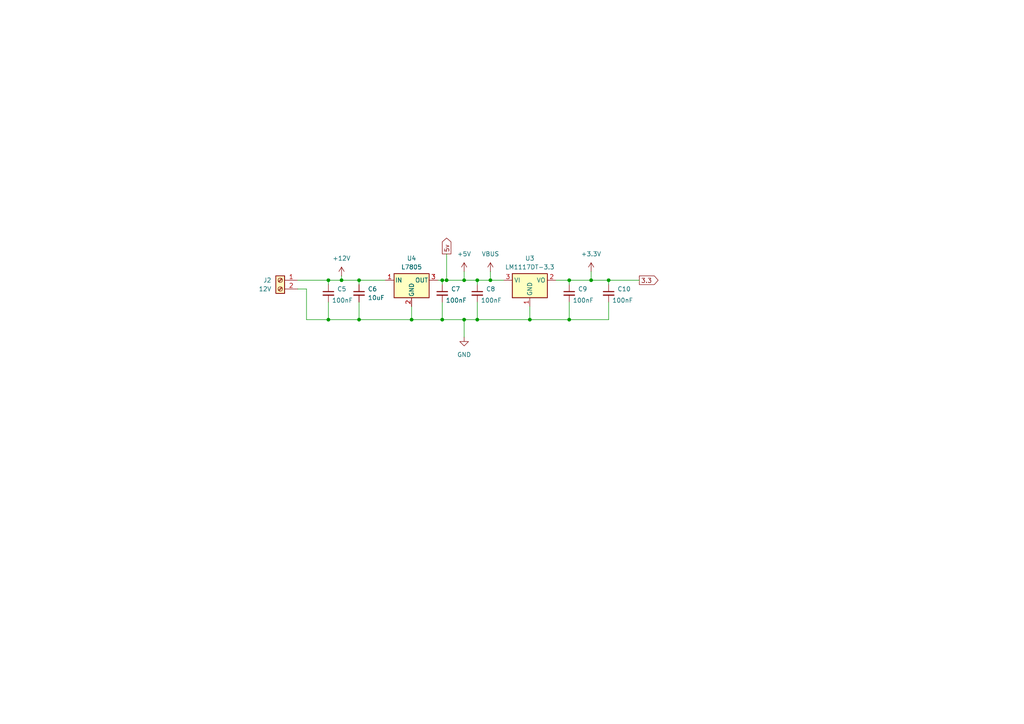
<source format=kicad_sch>
(kicad_sch
	(version 20250114)
	(generator "eeschema")
	(generator_version "9.0")
	(uuid "cf8e75a9-9b9d-4b91-87fb-2c8c7397b03e")
	(paper "A4")
	(lib_symbols
		(symbol "Connector:Screw_Terminal_01x02"
			(pin_names
				(offset 1.016)
				(hide yes)
			)
			(exclude_from_sim no)
			(in_bom yes)
			(on_board yes)
			(property "Reference" "J"
				(at 0 2.54 0)
				(effects
					(font
						(size 1.27 1.27)
					)
				)
			)
			(property "Value" "Screw_Terminal_01x02"
				(at 0 -5.08 0)
				(effects
					(font
						(size 1.27 1.27)
					)
				)
			)
			(property "Footprint" ""
				(at 0 0 0)
				(effects
					(font
						(size 1.27 1.27)
					)
					(hide yes)
				)
			)
			(property "Datasheet" "~"
				(at 0 0 0)
				(effects
					(font
						(size 1.27 1.27)
					)
					(hide yes)
				)
			)
			(property "Description" "Generic screw terminal, single row, 01x02, script generated (kicad-library-utils/schlib/autogen/connector/)"
				(at 0 0 0)
				(effects
					(font
						(size 1.27 1.27)
					)
					(hide yes)
				)
			)
			(property "ki_keywords" "screw terminal"
				(at 0 0 0)
				(effects
					(font
						(size 1.27 1.27)
					)
					(hide yes)
				)
			)
			(property "ki_fp_filters" "TerminalBlock*:*"
				(at 0 0 0)
				(effects
					(font
						(size 1.27 1.27)
					)
					(hide yes)
				)
			)
			(symbol "Screw_Terminal_01x02_1_1"
				(rectangle
					(start -1.27 1.27)
					(end 1.27 -3.81)
					(stroke
						(width 0.254)
						(type default)
					)
					(fill
						(type background)
					)
				)
				(polyline
					(pts
						(xy -0.5334 0.3302) (xy 0.3302 -0.508)
					)
					(stroke
						(width 0.1524)
						(type default)
					)
					(fill
						(type none)
					)
				)
				(polyline
					(pts
						(xy -0.5334 -2.2098) (xy 0.3302 -3.048)
					)
					(stroke
						(width 0.1524)
						(type default)
					)
					(fill
						(type none)
					)
				)
				(polyline
					(pts
						(xy -0.3556 0.508) (xy 0.508 -0.3302)
					)
					(stroke
						(width 0.1524)
						(type default)
					)
					(fill
						(type none)
					)
				)
				(polyline
					(pts
						(xy -0.3556 -2.032) (xy 0.508 -2.8702)
					)
					(stroke
						(width 0.1524)
						(type default)
					)
					(fill
						(type none)
					)
				)
				(circle
					(center 0 0)
					(radius 0.635)
					(stroke
						(width 0.1524)
						(type default)
					)
					(fill
						(type none)
					)
				)
				(circle
					(center 0 -2.54)
					(radius 0.635)
					(stroke
						(width 0.1524)
						(type default)
					)
					(fill
						(type none)
					)
				)
				(pin passive line
					(at -5.08 0 0)
					(length 3.81)
					(name "Pin_1"
						(effects
							(font
								(size 1.27 1.27)
							)
						)
					)
					(number "1"
						(effects
							(font
								(size 1.27 1.27)
							)
						)
					)
				)
				(pin passive line
					(at -5.08 -2.54 0)
					(length 3.81)
					(name "Pin_2"
						(effects
							(font
								(size 1.27 1.27)
							)
						)
					)
					(number "2"
						(effects
							(font
								(size 1.27 1.27)
							)
						)
					)
				)
			)
			(embedded_fonts no)
		)
		(symbol "Device:C_Small"
			(pin_numbers
				(hide yes)
			)
			(pin_names
				(offset 0.254)
				(hide yes)
			)
			(exclude_from_sim no)
			(in_bom yes)
			(on_board yes)
			(property "Reference" "C"
				(at 0.254 1.778 0)
				(effects
					(font
						(size 1.27 1.27)
					)
					(justify left)
				)
			)
			(property "Value" "C_Small"
				(at 0.254 -2.032 0)
				(effects
					(font
						(size 1.27 1.27)
					)
					(justify left)
				)
			)
			(property "Footprint" ""
				(at 0 0 0)
				(effects
					(font
						(size 1.27 1.27)
					)
					(hide yes)
				)
			)
			(property "Datasheet" "~"
				(at 0 0 0)
				(effects
					(font
						(size 1.27 1.27)
					)
					(hide yes)
				)
			)
			(property "Description" "Unpolarized capacitor, small symbol"
				(at 0 0 0)
				(effects
					(font
						(size 1.27 1.27)
					)
					(hide yes)
				)
			)
			(property "ki_keywords" "capacitor cap"
				(at 0 0 0)
				(effects
					(font
						(size 1.27 1.27)
					)
					(hide yes)
				)
			)
			(property "ki_fp_filters" "C_*"
				(at 0 0 0)
				(effects
					(font
						(size 1.27 1.27)
					)
					(hide yes)
				)
			)
			(symbol "C_Small_0_1"
				(polyline
					(pts
						(xy -1.524 0.508) (xy 1.524 0.508)
					)
					(stroke
						(width 0.3048)
						(type default)
					)
					(fill
						(type none)
					)
				)
				(polyline
					(pts
						(xy -1.524 -0.508) (xy 1.524 -0.508)
					)
					(stroke
						(width 0.3302)
						(type default)
					)
					(fill
						(type none)
					)
				)
			)
			(symbol "C_Small_1_1"
				(pin passive line
					(at 0 2.54 270)
					(length 2.032)
					(name "~"
						(effects
							(font
								(size 1.27 1.27)
							)
						)
					)
					(number "1"
						(effects
							(font
								(size 1.27 1.27)
							)
						)
					)
				)
				(pin passive line
					(at 0 -2.54 90)
					(length 2.032)
					(name "~"
						(effects
							(font
								(size 1.27 1.27)
							)
						)
					)
					(number "2"
						(effects
							(font
								(size 1.27 1.27)
							)
						)
					)
				)
			)
			(embedded_fonts no)
		)
		(symbol "Regulator_Linear:L7805"
			(pin_names
				(offset 0.254)
			)
			(exclude_from_sim no)
			(in_bom yes)
			(on_board yes)
			(property "Reference" "U"
				(at -3.81 3.175 0)
				(effects
					(font
						(size 1.27 1.27)
					)
				)
			)
			(property "Value" "L7805"
				(at 0 3.175 0)
				(effects
					(font
						(size 1.27 1.27)
					)
					(justify left)
				)
			)
			(property "Footprint" ""
				(at 0.635 -3.81 0)
				(effects
					(font
						(size 1.27 1.27)
						(italic yes)
					)
					(justify left)
					(hide yes)
				)
			)
			(property "Datasheet" "http://www.st.com/content/ccc/resource/technical/document/datasheet/41/4f/b3/b0/12/d4/47/88/CD00000444.pdf/files/CD00000444.pdf/jcr:content/translations/en.CD00000444.pdf"
				(at 0 -1.27 0)
				(effects
					(font
						(size 1.27 1.27)
					)
					(hide yes)
				)
			)
			(property "Description" "Positive 1.5A 35V Linear Regulator, Fixed Output 5V, TO-220/TO-263/TO-252"
				(at 0 0 0)
				(effects
					(font
						(size 1.27 1.27)
					)
					(hide yes)
				)
			)
			(property "ki_keywords" "Voltage Regulator 1.5A Positive"
				(at 0 0 0)
				(effects
					(font
						(size 1.27 1.27)
					)
					(hide yes)
				)
			)
			(property "ki_fp_filters" "TO?252* TO?263* TO?220*"
				(at 0 0 0)
				(effects
					(font
						(size 1.27 1.27)
					)
					(hide yes)
				)
			)
			(symbol "L7805_0_1"
				(rectangle
					(start -5.08 1.905)
					(end 5.08 -5.08)
					(stroke
						(width 0.254)
						(type default)
					)
					(fill
						(type background)
					)
				)
			)
			(symbol "L7805_1_1"
				(pin power_in line
					(at -7.62 0 0)
					(length 2.54)
					(name "IN"
						(effects
							(font
								(size 1.27 1.27)
							)
						)
					)
					(number "1"
						(effects
							(font
								(size 1.27 1.27)
							)
						)
					)
				)
				(pin power_in line
					(at 0 -7.62 90)
					(length 2.54)
					(name "GND"
						(effects
							(font
								(size 1.27 1.27)
							)
						)
					)
					(number "2"
						(effects
							(font
								(size 1.27 1.27)
							)
						)
					)
				)
				(pin power_out line
					(at 7.62 0 180)
					(length 2.54)
					(name "OUT"
						(effects
							(font
								(size 1.27 1.27)
							)
						)
					)
					(number "3"
						(effects
							(font
								(size 1.27 1.27)
							)
						)
					)
				)
			)
			(embedded_fonts no)
		)
		(symbol "Regulator_Linear:LM1117DT-3.3"
			(exclude_from_sim no)
			(in_bom yes)
			(on_board yes)
			(property "Reference" "U"
				(at -3.81 3.175 0)
				(effects
					(font
						(size 1.27 1.27)
					)
				)
			)
			(property "Value" "LM1117DT-3.3"
				(at 0 3.175 0)
				(effects
					(font
						(size 1.27 1.27)
					)
					(justify left)
				)
			)
			(property "Footprint" "Package_TO_SOT_SMD:TO-252-3_TabPin2"
				(at 0 0 0)
				(effects
					(font
						(size 1.27 1.27)
					)
					(hide yes)
				)
			)
			(property "Datasheet" "http://www.ti.com/lit/ds/symlink/lm1117.pdf"
				(at 0 0 0)
				(effects
					(font
						(size 1.27 1.27)
					)
					(hide yes)
				)
			)
			(property "Description" "800mA Low-Dropout Linear Regulator, 3.3V fixed output, TO-252"
				(at 0 0 0)
				(effects
					(font
						(size 1.27 1.27)
					)
					(hide yes)
				)
			)
			(property "ki_keywords" "linear regulator ldo fixed positive"
				(at 0 0 0)
				(effects
					(font
						(size 1.27 1.27)
					)
					(hide yes)
				)
			)
			(property "ki_fp_filters" "TO?252*"
				(at 0 0 0)
				(effects
					(font
						(size 1.27 1.27)
					)
					(hide yes)
				)
			)
			(symbol "LM1117DT-3.3_0_1"
				(rectangle
					(start -5.08 -5.08)
					(end 5.08 1.905)
					(stroke
						(width 0.254)
						(type default)
					)
					(fill
						(type background)
					)
				)
			)
			(symbol "LM1117DT-3.3_1_1"
				(pin power_in line
					(at -7.62 0 0)
					(length 2.54)
					(name "VI"
						(effects
							(font
								(size 1.27 1.27)
							)
						)
					)
					(number "3"
						(effects
							(font
								(size 1.27 1.27)
							)
						)
					)
				)
				(pin power_in line
					(at 0 -7.62 90)
					(length 2.54)
					(name "GND"
						(effects
							(font
								(size 1.27 1.27)
							)
						)
					)
					(number "1"
						(effects
							(font
								(size 1.27 1.27)
							)
						)
					)
				)
				(pin power_out line
					(at 7.62 0 180)
					(length 2.54)
					(name "VO"
						(effects
							(font
								(size 1.27 1.27)
							)
						)
					)
					(number "2"
						(effects
							(font
								(size 1.27 1.27)
							)
						)
					)
				)
			)
			(embedded_fonts no)
		)
		(symbol "power:+12V"
			(power)
			(pin_numbers
				(hide yes)
			)
			(pin_names
				(offset 0)
				(hide yes)
			)
			(exclude_from_sim no)
			(in_bom yes)
			(on_board yes)
			(property "Reference" "#PWR"
				(at 0 -3.81 0)
				(effects
					(font
						(size 1.27 1.27)
					)
					(hide yes)
				)
			)
			(property "Value" "+12V"
				(at 0 3.556 0)
				(effects
					(font
						(size 1.27 1.27)
					)
				)
			)
			(property "Footprint" ""
				(at 0 0 0)
				(effects
					(font
						(size 1.27 1.27)
					)
					(hide yes)
				)
			)
			(property "Datasheet" ""
				(at 0 0 0)
				(effects
					(font
						(size 1.27 1.27)
					)
					(hide yes)
				)
			)
			(property "Description" "Power symbol creates a global label with name \"+12V\""
				(at 0 0 0)
				(effects
					(font
						(size 1.27 1.27)
					)
					(hide yes)
				)
			)
			(property "ki_keywords" "global power"
				(at 0 0 0)
				(effects
					(font
						(size 1.27 1.27)
					)
					(hide yes)
				)
			)
			(symbol "+12V_0_1"
				(polyline
					(pts
						(xy -0.762 1.27) (xy 0 2.54)
					)
					(stroke
						(width 0)
						(type default)
					)
					(fill
						(type none)
					)
				)
				(polyline
					(pts
						(xy 0 2.54) (xy 0.762 1.27)
					)
					(stroke
						(width 0)
						(type default)
					)
					(fill
						(type none)
					)
				)
				(polyline
					(pts
						(xy 0 0) (xy 0 2.54)
					)
					(stroke
						(width 0)
						(type default)
					)
					(fill
						(type none)
					)
				)
			)
			(symbol "+12V_1_1"
				(pin power_in line
					(at 0 0 90)
					(length 0)
					(name "~"
						(effects
							(font
								(size 1.27 1.27)
							)
						)
					)
					(number "1"
						(effects
							(font
								(size 1.27 1.27)
							)
						)
					)
				)
			)
			(embedded_fonts no)
		)
		(symbol "power:+3.3V"
			(power)
			(pin_numbers
				(hide yes)
			)
			(pin_names
				(offset 0)
				(hide yes)
			)
			(exclude_from_sim no)
			(in_bom yes)
			(on_board yes)
			(property "Reference" "#PWR"
				(at 0 -3.81 0)
				(effects
					(font
						(size 1.27 1.27)
					)
					(hide yes)
				)
			)
			(property "Value" "+3.3V"
				(at 0 3.556 0)
				(effects
					(font
						(size 1.27 1.27)
					)
				)
			)
			(property "Footprint" ""
				(at 0 0 0)
				(effects
					(font
						(size 1.27 1.27)
					)
					(hide yes)
				)
			)
			(property "Datasheet" ""
				(at 0 0 0)
				(effects
					(font
						(size 1.27 1.27)
					)
					(hide yes)
				)
			)
			(property "Description" "Power symbol creates a global label with name \"+3.3V\""
				(at 0 0 0)
				(effects
					(font
						(size 1.27 1.27)
					)
					(hide yes)
				)
			)
			(property "ki_keywords" "global power"
				(at 0 0 0)
				(effects
					(font
						(size 1.27 1.27)
					)
					(hide yes)
				)
			)
			(symbol "+3.3V_0_1"
				(polyline
					(pts
						(xy -0.762 1.27) (xy 0 2.54)
					)
					(stroke
						(width 0)
						(type default)
					)
					(fill
						(type none)
					)
				)
				(polyline
					(pts
						(xy 0 2.54) (xy 0.762 1.27)
					)
					(stroke
						(width 0)
						(type default)
					)
					(fill
						(type none)
					)
				)
				(polyline
					(pts
						(xy 0 0) (xy 0 2.54)
					)
					(stroke
						(width 0)
						(type default)
					)
					(fill
						(type none)
					)
				)
			)
			(symbol "+3.3V_1_1"
				(pin power_in line
					(at 0 0 90)
					(length 0)
					(name "~"
						(effects
							(font
								(size 1.27 1.27)
							)
						)
					)
					(number "1"
						(effects
							(font
								(size 1.27 1.27)
							)
						)
					)
				)
			)
			(embedded_fonts no)
		)
		(symbol "power:+5V"
			(power)
			(pin_numbers
				(hide yes)
			)
			(pin_names
				(offset 0)
				(hide yes)
			)
			(exclude_from_sim no)
			(in_bom yes)
			(on_board yes)
			(property "Reference" "#PWR"
				(at 0 -3.81 0)
				(effects
					(font
						(size 1.27 1.27)
					)
					(hide yes)
				)
			)
			(property "Value" "+5V"
				(at 0 3.556 0)
				(effects
					(font
						(size 1.27 1.27)
					)
				)
			)
			(property "Footprint" ""
				(at 0 0 0)
				(effects
					(font
						(size 1.27 1.27)
					)
					(hide yes)
				)
			)
			(property "Datasheet" ""
				(at 0 0 0)
				(effects
					(font
						(size 1.27 1.27)
					)
					(hide yes)
				)
			)
			(property "Description" "Power symbol creates a global label with name \"+5V\""
				(at 0 0 0)
				(effects
					(font
						(size 1.27 1.27)
					)
					(hide yes)
				)
			)
			(property "ki_keywords" "global power"
				(at 0 0 0)
				(effects
					(font
						(size 1.27 1.27)
					)
					(hide yes)
				)
			)
			(symbol "+5V_0_1"
				(polyline
					(pts
						(xy -0.762 1.27) (xy 0 2.54)
					)
					(stroke
						(width 0)
						(type default)
					)
					(fill
						(type none)
					)
				)
				(polyline
					(pts
						(xy 0 2.54) (xy 0.762 1.27)
					)
					(stroke
						(width 0)
						(type default)
					)
					(fill
						(type none)
					)
				)
				(polyline
					(pts
						(xy 0 0) (xy 0 2.54)
					)
					(stroke
						(width 0)
						(type default)
					)
					(fill
						(type none)
					)
				)
			)
			(symbol "+5V_1_1"
				(pin power_in line
					(at 0 0 90)
					(length 0)
					(name "~"
						(effects
							(font
								(size 1.27 1.27)
							)
						)
					)
					(number "1"
						(effects
							(font
								(size 1.27 1.27)
							)
						)
					)
				)
			)
			(embedded_fonts no)
		)
		(symbol "power:GND"
			(power)
			(pin_numbers
				(hide yes)
			)
			(pin_names
				(offset 0)
				(hide yes)
			)
			(exclude_from_sim no)
			(in_bom yes)
			(on_board yes)
			(property "Reference" "#PWR"
				(at 0 -6.35 0)
				(effects
					(font
						(size 1.27 1.27)
					)
					(hide yes)
				)
			)
			(property "Value" "GND"
				(at 0 -3.81 0)
				(effects
					(font
						(size 1.27 1.27)
					)
				)
			)
			(property "Footprint" ""
				(at 0 0 0)
				(effects
					(font
						(size 1.27 1.27)
					)
					(hide yes)
				)
			)
			(property "Datasheet" ""
				(at 0 0 0)
				(effects
					(font
						(size 1.27 1.27)
					)
					(hide yes)
				)
			)
			(property "Description" "Power symbol creates a global label with name \"GND\" , ground"
				(at 0 0 0)
				(effects
					(font
						(size 1.27 1.27)
					)
					(hide yes)
				)
			)
			(property "ki_keywords" "global power"
				(at 0 0 0)
				(effects
					(font
						(size 1.27 1.27)
					)
					(hide yes)
				)
			)
			(symbol "GND_0_1"
				(polyline
					(pts
						(xy 0 0) (xy 0 -1.27) (xy 1.27 -1.27) (xy 0 -2.54) (xy -1.27 -1.27) (xy 0 -1.27)
					)
					(stroke
						(width 0)
						(type default)
					)
					(fill
						(type none)
					)
				)
			)
			(symbol "GND_1_1"
				(pin power_in line
					(at 0 0 270)
					(length 0)
					(name "~"
						(effects
							(font
								(size 1.27 1.27)
							)
						)
					)
					(number "1"
						(effects
							(font
								(size 1.27 1.27)
							)
						)
					)
				)
			)
			(embedded_fonts no)
		)
		(symbol "power:VBUS"
			(power)
			(pin_numbers
				(hide yes)
			)
			(pin_names
				(offset 0)
				(hide yes)
			)
			(exclude_from_sim no)
			(in_bom yes)
			(on_board yes)
			(property "Reference" "#PWR"
				(at 0 -3.81 0)
				(effects
					(font
						(size 1.27 1.27)
					)
					(hide yes)
				)
			)
			(property "Value" "VBUS"
				(at 0 3.556 0)
				(effects
					(font
						(size 1.27 1.27)
					)
				)
			)
			(property "Footprint" ""
				(at 0 0 0)
				(effects
					(font
						(size 1.27 1.27)
					)
					(hide yes)
				)
			)
			(property "Datasheet" ""
				(at 0 0 0)
				(effects
					(font
						(size 1.27 1.27)
					)
					(hide yes)
				)
			)
			(property "Description" "Power symbol creates a global label with name \"VBUS\""
				(at 0 0 0)
				(effects
					(font
						(size 1.27 1.27)
					)
					(hide yes)
				)
			)
			(property "ki_keywords" "global power"
				(at 0 0 0)
				(effects
					(font
						(size 1.27 1.27)
					)
					(hide yes)
				)
			)
			(symbol "VBUS_0_1"
				(polyline
					(pts
						(xy -0.762 1.27) (xy 0 2.54)
					)
					(stroke
						(width 0)
						(type default)
					)
					(fill
						(type none)
					)
				)
				(polyline
					(pts
						(xy 0 2.54) (xy 0.762 1.27)
					)
					(stroke
						(width 0)
						(type default)
					)
					(fill
						(type none)
					)
				)
				(polyline
					(pts
						(xy 0 0) (xy 0 2.54)
					)
					(stroke
						(width 0)
						(type default)
					)
					(fill
						(type none)
					)
				)
			)
			(symbol "VBUS_1_1"
				(pin power_in line
					(at 0 0 90)
					(length 0)
					(name "~"
						(effects
							(font
								(size 1.27 1.27)
							)
						)
					)
					(number "1"
						(effects
							(font
								(size 1.27 1.27)
							)
						)
					)
				)
			)
			(embedded_fonts no)
		)
	)
	(junction
		(at 138.43 81.28)
		(diameter 0)
		(color 0 0 0 0)
		(uuid "15d92cb5-4c33-47c2-949f-f4ad2b7f92f2")
	)
	(junction
		(at 128.27 92.71)
		(diameter 0)
		(color 0 0 0 0)
		(uuid "2878948b-112d-4e34-bd14-124686aeaca6")
	)
	(junction
		(at 104.14 92.71)
		(diameter 0)
		(color 0 0 0 0)
		(uuid "28cf29e5-18c8-428a-afe5-2a38b72aa525")
	)
	(junction
		(at 104.14 81.28)
		(diameter 0)
		(color 0 0 0 0)
		(uuid "2d212d8d-a866-4b9b-879e-442a72442ff6")
	)
	(junction
		(at 176.53 81.28)
		(diameter 0)
		(color 0 0 0 0)
		(uuid "3df4f6c1-4dbe-489f-9095-23a418e9c7f4")
	)
	(junction
		(at 171.45 81.28)
		(diameter 0)
		(color 0 0 0 0)
		(uuid "47cc9a7d-a90e-407b-b8d5-bb275630566f")
	)
	(junction
		(at 99.06 81.28)
		(diameter 0)
		(color 0 0 0 0)
		(uuid "4cd19991-5c62-4214-97ae-8f6bc539125f")
	)
	(junction
		(at 134.62 92.71)
		(diameter 0)
		(color 0 0 0 0)
		(uuid "4fcfc1c0-119f-4eda-87a9-5b61ebe260f4")
	)
	(junction
		(at 95.25 81.28)
		(diameter 0)
		(color 0 0 0 0)
		(uuid "573fa2d1-0a93-4132-8617-c455155f765f")
	)
	(junction
		(at 165.1 92.71)
		(diameter 0)
		(color 0 0 0 0)
		(uuid "70c6de82-d185-49a1-a352-024f97fcd1dc")
	)
	(junction
		(at 138.43 92.71)
		(diameter 0)
		(color 0 0 0 0)
		(uuid "7eb9c0e1-41d4-4cc6-aead-6beb54c323ba")
	)
	(junction
		(at 134.62 81.28)
		(diameter 0)
		(color 0 0 0 0)
		(uuid "a79f901e-4ebc-48b9-b018-56c951a7979d")
	)
	(junction
		(at 95.25 92.71)
		(diameter 0)
		(color 0 0 0 0)
		(uuid "a99a2c54-5682-4624-8e66-e84f6af5bf73")
	)
	(junction
		(at 165.1 81.28)
		(diameter 0)
		(color 0 0 0 0)
		(uuid "bcfc4868-0832-466d-a353-76d9d4f4471c")
	)
	(junction
		(at 142.24 81.28)
		(diameter 0)
		(color 0 0 0 0)
		(uuid "beaa2766-0b05-44cc-a1a7-7207f630b711")
	)
	(junction
		(at 128.27 81.28)
		(diameter 0)
		(color 0 0 0 0)
		(uuid "d7a8d1ac-366a-43c9-9a58-893fd9071dfd")
	)
	(junction
		(at 153.67 92.71)
		(diameter 0)
		(color 0 0 0 0)
		(uuid "d7cf12b3-b45f-48ff-b9ed-49872b1f3325")
	)
	(junction
		(at 119.38 92.71)
		(diameter 0)
		(color 0 0 0 0)
		(uuid "e6f67c66-470d-4e07-bc94-47279d0349f9")
	)
	(junction
		(at 129.54 81.28)
		(diameter 0)
		(color 0 0 0 0)
		(uuid "edf96cd5-8e37-4591-81d5-5893df132ee8")
	)
	(wire
		(pts
			(xy 138.43 81.28) (xy 138.43 82.55)
		)
		(stroke
			(width 0)
			(type default)
		)
		(uuid "016be19c-bc03-405a-b701-448d24814f7a")
	)
	(wire
		(pts
			(xy 104.14 82.55) (xy 104.14 81.28)
		)
		(stroke
			(width 0)
			(type default)
		)
		(uuid "0e4ac580-2802-49ab-91f5-2cf79590e0af")
	)
	(wire
		(pts
			(xy 128.27 81.28) (xy 129.54 81.28)
		)
		(stroke
			(width 0)
			(type default)
		)
		(uuid "11752459-7895-4309-ad7b-9beb1c196c5c")
	)
	(wire
		(pts
			(xy 95.25 81.28) (xy 99.06 81.28)
		)
		(stroke
			(width 0)
			(type default)
		)
		(uuid "133be270-398b-4dc6-8a63-a48aaf3e89a1")
	)
	(wire
		(pts
			(xy 176.53 81.28) (xy 176.53 82.55)
		)
		(stroke
			(width 0)
			(type default)
		)
		(uuid "27108ddc-8a5e-4097-936c-1c792a388545")
	)
	(wire
		(pts
			(xy 165.1 81.28) (xy 171.45 81.28)
		)
		(stroke
			(width 0)
			(type default)
		)
		(uuid "277b99f6-1d32-4ec0-906b-c55cd3d676b8")
	)
	(wire
		(pts
			(xy 129.54 81.28) (xy 134.62 81.28)
		)
		(stroke
			(width 0)
			(type default)
		)
		(uuid "301c861d-ef15-443e-b6e0-1fbe6afbf15c")
	)
	(wire
		(pts
			(xy 138.43 87.63) (xy 138.43 92.71)
		)
		(stroke
			(width 0)
			(type default)
		)
		(uuid "3ab9ff2e-28dc-46f9-bb9b-44f20029be26")
	)
	(wire
		(pts
			(xy 104.14 87.63) (xy 104.14 92.71)
		)
		(stroke
			(width 0)
			(type default)
		)
		(uuid "3b2fcbf1-3aa7-4e4a-847e-65d375e6d317")
	)
	(wire
		(pts
			(xy 171.45 78.74) (xy 171.45 81.28)
		)
		(stroke
			(width 0)
			(type default)
		)
		(uuid "3dd64b34-90d1-4c72-a67b-6086d7c81a3a")
	)
	(wire
		(pts
			(xy 104.14 92.71) (xy 95.25 92.71)
		)
		(stroke
			(width 0)
			(type default)
		)
		(uuid "3fbc59fa-5242-49d5-b2e5-fd806d478c84")
	)
	(wire
		(pts
			(xy 129.54 73.66) (xy 129.54 81.28)
		)
		(stroke
			(width 0)
			(type default)
		)
		(uuid "4ebfe6df-59c6-4323-82c3-8010fa18304c")
	)
	(wire
		(pts
			(xy 128.27 81.28) (xy 128.27 82.55)
		)
		(stroke
			(width 0)
			(type default)
		)
		(uuid "51663eab-8c95-408f-8fc3-3c3a93cd5b97")
	)
	(wire
		(pts
			(xy 104.14 81.28) (xy 111.76 81.28)
		)
		(stroke
			(width 0)
			(type default)
		)
		(uuid "5c969a5f-7d8c-4ab1-b440-ee0ba83a398b")
	)
	(wire
		(pts
			(xy 119.38 88.9) (xy 119.38 92.71)
		)
		(stroke
			(width 0)
			(type default)
		)
		(uuid "5ec3d3e1-a9cc-4d28-b758-3e78d4522755")
	)
	(wire
		(pts
			(xy 99.06 81.28) (xy 104.14 81.28)
		)
		(stroke
			(width 0)
			(type default)
		)
		(uuid "601d044d-6eab-4855-bc98-12ba901f64dd")
	)
	(wire
		(pts
			(xy 128.27 92.71) (xy 119.38 92.71)
		)
		(stroke
			(width 0)
			(type default)
		)
		(uuid "630f205a-8da9-4a34-b04d-85566e53c06a")
	)
	(wire
		(pts
			(xy 176.53 92.71) (xy 165.1 92.71)
		)
		(stroke
			(width 0)
			(type default)
		)
		(uuid "739b7dca-863a-420a-befc-d325d9a47f31")
	)
	(wire
		(pts
			(xy 142.24 81.28) (xy 146.05 81.28)
		)
		(stroke
			(width 0)
			(type default)
		)
		(uuid "78666410-c5b9-4542-916f-5b283f7334c5")
	)
	(wire
		(pts
			(xy 165.1 81.28) (xy 165.1 82.55)
		)
		(stroke
			(width 0)
			(type default)
		)
		(uuid "7a0cae86-7cbe-41ce-a992-b7e1867aeb6e")
	)
	(wire
		(pts
			(xy 142.24 78.74) (xy 142.24 81.28)
		)
		(stroke
			(width 0)
			(type default)
		)
		(uuid "7afc2717-69e5-46eb-9929-9462b444eb1d")
	)
	(wire
		(pts
			(xy 86.36 81.28) (xy 95.25 81.28)
		)
		(stroke
			(width 0)
			(type default)
		)
		(uuid "7fc0953f-0035-4aeb-bd88-04e1f899852b")
	)
	(wire
		(pts
			(xy 95.25 82.55) (xy 95.25 81.28)
		)
		(stroke
			(width 0)
			(type default)
		)
		(uuid "8016eb26-e3a6-4070-b212-63bd18bcdc52")
	)
	(wire
		(pts
			(xy 134.62 92.71) (xy 128.27 92.71)
		)
		(stroke
			(width 0)
			(type default)
		)
		(uuid "803561a7-d3fe-4146-ad58-b2891a198a00")
	)
	(wire
		(pts
			(xy 134.62 97.79) (xy 134.62 92.71)
		)
		(stroke
			(width 0)
			(type default)
		)
		(uuid "8200abd4-0a0e-473b-a42e-3c6d338bfe81")
	)
	(wire
		(pts
			(xy 161.29 81.28) (xy 165.1 81.28)
		)
		(stroke
			(width 0)
			(type default)
		)
		(uuid "93081055-3b35-4385-9673-52a47a7f423c")
	)
	(wire
		(pts
			(xy 134.62 78.74) (xy 134.62 81.28)
		)
		(stroke
			(width 0)
			(type default)
		)
		(uuid "93ab1a7d-71ee-46b3-889f-dcb1c2092386")
	)
	(wire
		(pts
			(xy 95.25 87.63) (xy 95.25 92.71)
		)
		(stroke
			(width 0)
			(type default)
		)
		(uuid "9639a8f7-fc1c-4096-ba91-bffd6f5adb89")
	)
	(wire
		(pts
			(xy 185.42 81.28) (xy 176.53 81.28)
		)
		(stroke
			(width 0)
			(type default)
		)
		(uuid "9b380072-9757-472a-848f-ce7487858630")
	)
	(wire
		(pts
			(xy 88.9 83.82) (xy 86.36 83.82)
		)
		(stroke
			(width 0)
			(type default)
		)
		(uuid "b897ab2f-6484-482a-8cc8-589e6e154ed4")
	)
	(wire
		(pts
			(xy 134.62 81.28) (xy 138.43 81.28)
		)
		(stroke
			(width 0)
			(type default)
		)
		(uuid "b8a064f1-9325-4ae8-8c3b-c3a5f3c93217")
	)
	(wire
		(pts
			(xy 119.38 92.71) (xy 104.14 92.71)
		)
		(stroke
			(width 0)
			(type default)
		)
		(uuid "ba3ab7e6-657a-431d-9ebc-bb62deaf410a")
	)
	(wire
		(pts
			(xy 127 81.28) (xy 128.27 81.28)
		)
		(stroke
			(width 0)
			(type default)
		)
		(uuid "bef17202-51eb-4113-bf1d-067d4f5a08a2")
	)
	(wire
		(pts
			(xy 165.1 92.71) (xy 153.67 92.71)
		)
		(stroke
			(width 0)
			(type default)
		)
		(uuid "c326ccbd-7b95-470b-a3db-0c0b7eea19d7")
	)
	(wire
		(pts
			(xy 138.43 81.28) (xy 142.24 81.28)
		)
		(stroke
			(width 0)
			(type default)
		)
		(uuid "c93b7bc8-c2ad-404f-bfdd-ab5b72fa11e2")
	)
	(wire
		(pts
			(xy 153.67 88.9) (xy 153.67 92.71)
		)
		(stroke
			(width 0)
			(type default)
		)
		(uuid "cb3a2a6c-3462-4d40-aac3-394ad3f51042")
	)
	(wire
		(pts
			(xy 88.9 83.82) (xy 88.9 92.71)
		)
		(stroke
			(width 0)
			(type default)
		)
		(uuid "d2e306b7-0eaa-41fc-944e-092ff9886866")
	)
	(wire
		(pts
			(xy 128.27 87.63) (xy 128.27 92.71)
		)
		(stroke
			(width 0)
			(type default)
		)
		(uuid "dca95c42-8589-4df9-85a7-9a33ad45d342")
	)
	(wire
		(pts
			(xy 176.53 87.63) (xy 176.53 92.71)
		)
		(stroke
			(width 0)
			(type default)
		)
		(uuid "dccdb7d9-ac74-492b-8342-72f21d166669")
	)
	(wire
		(pts
			(xy 153.67 92.71) (xy 138.43 92.71)
		)
		(stroke
			(width 0)
			(type default)
		)
		(uuid "e2a606b8-bfd5-42b7-8494-3e66ecc55559")
	)
	(wire
		(pts
			(xy 171.45 81.28) (xy 176.53 81.28)
		)
		(stroke
			(width 0)
			(type default)
		)
		(uuid "e4efc75b-b934-45ef-89c9-1e689b4bba59")
	)
	(wire
		(pts
			(xy 95.25 92.71) (xy 88.9 92.71)
		)
		(stroke
			(width 0)
			(type default)
		)
		(uuid "e97c9c15-a820-463d-9ed6-042f960651d8")
	)
	(wire
		(pts
			(xy 138.43 92.71) (xy 134.62 92.71)
		)
		(stroke
			(width 0)
			(type default)
		)
		(uuid "eb3a22a7-0fac-433e-8b94-46d01aa93ebe")
	)
	(wire
		(pts
			(xy 99.06 80.01) (xy 99.06 81.28)
		)
		(stroke
			(width 0)
			(type default)
		)
		(uuid "ef402742-77c9-4c26-8b4c-1de18d82cb55")
	)
	(wire
		(pts
			(xy 165.1 87.63) (xy 165.1 92.71)
		)
		(stroke
			(width 0)
			(type default)
		)
		(uuid "f10e587e-676c-47de-b664-76c402d099fe")
	)
	(global_label "5v"
		(shape output)
		(at 129.54 73.66 90)
		(fields_autoplaced yes)
		(effects
			(font
				(size 1.27 1.27)
			)
			(justify left)
		)
		(uuid "1dd6914c-5873-4891-94dd-4457c39e3ddd")
		(property "Intersheetrefs" "${INTERSHEET_REFS}"
			(at 129.54 68.4977 90)
			(effects
				(font
					(size 1.27 1.27)
				)
				(justify left)
				(hide yes)
			)
		)
	)
	(global_label "3.3"
		(shape output)
		(at 185.42 81.28 0)
		(fields_autoplaced yes)
		(effects
			(font
				(size 1.27 1.27)
			)
			(justify left)
		)
		(uuid "55d0e8ad-1f57-46b7-93bc-1fdffc860539")
		(property "Intersheetrefs" "${INTERSHEET_REFS}"
			(at 191.429 81.28 0)
			(effects
				(font
					(size 1.27 1.27)
				)
				(justify left)
				(hide yes)
			)
		)
	)
	(symbol
		(lib_id "Device:C_Small")
		(at 95.25 85.09 0)
		(unit 1)
		(exclude_from_sim no)
		(in_bom yes)
		(on_board yes)
		(dnp no)
		(uuid "0a713ebf-923e-42ad-a4bd-7efb78a4c02f")
		(property "Reference" "C5"
			(at 97.79 83.8262 0)
			(effects
				(font
					(size 1.27 1.27)
				)
				(justify left)
			)
		)
		(property "Value" "100nF"
			(at 96.266 87.122 0)
			(effects
				(font
					(size 1.27 1.27)
				)
				(justify left)
			)
		)
		(property "Footprint" ""
			(at 95.25 85.09 0)
			(effects
				(font
					(size 1.27 1.27)
				)
				(hide yes)
			)
		)
		(property "Datasheet" "~"
			(at 95.25 85.09 0)
			(effects
				(font
					(size 1.27 1.27)
				)
				(hide yes)
			)
		)
		(property "Description" "Unpolarized capacitor, small symbol"
			(at 95.25 85.09 0)
			(effects
				(font
					(size 1.27 1.27)
				)
				(hide yes)
			)
		)
		(pin "2"
			(uuid "ba897d7f-da2f-4056-96fc-c18dcf3ef29e")
		)
		(pin "1"
			(uuid "7951ef67-cb0d-48cc-8436-70fdfce8673a")
		)
		(instances
			(project "IOTESP"
				(path "/8fee529b-b7f4-4dee-a189-4a14d75deb38/40ded9a8-0f89-4f5b-95b7-b92910c917e9"
					(reference "C5")
					(unit 1)
				)
			)
		)
	)
	(symbol
		(lib_id "Regulator_Linear:L7805")
		(at 119.38 81.28 0)
		(unit 1)
		(exclude_from_sim no)
		(in_bom yes)
		(on_board yes)
		(dnp no)
		(fields_autoplaced yes)
		(uuid "0c626640-16d9-4a0e-81b8-90aa3d490729")
		(property "Reference" "U4"
			(at 119.38 74.93 0)
			(effects
				(font
					(size 1.27 1.27)
				)
			)
		)
		(property "Value" "L7805"
			(at 119.38 77.47 0)
			(effects
				(font
					(size 1.27 1.27)
				)
			)
		)
		(property "Footprint" "Package_TO_SOT_SMD:TO-252-2"
			(at 120.015 85.09 0)
			(effects
				(font
					(size 1.27 1.27)
					(italic yes)
				)
				(justify left)
				(hide yes)
			)
		)
		(property "Datasheet" "http://www.st.com/content/ccc/resource/technical/document/datasheet/41/4f/b3/b0/12/d4/47/88/CD00000444.pdf/files/CD00000444.pdf/jcr:content/translations/en.CD00000444.pdf"
			(at 119.38 82.55 0)
			(effects
				(font
					(size 1.27 1.27)
				)
				(hide yes)
			)
		)
		(property "Description" "Positive 1.5A 35V Linear Regulator, Fixed Output 5V, TO-220/TO-263/TO-252"
			(at 119.38 81.28 0)
			(effects
				(font
					(size 1.27 1.27)
				)
				(hide yes)
			)
		)
		(pin "1"
			(uuid "16fd278a-d893-4464-ae3e-5c3a54e51748")
		)
		(pin "2"
			(uuid "7496026d-c7f3-4679-99a8-b1fcfce679f4")
		)
		(pin "3"
			(uuid "c6fb1371-7b12-4ae4-bd58-8bb0b248d69e")
		)
		(instances
			(project "IOTESP"
				(path "/8fee529b-b7f4-4dee-a189-4a14d75deb38/40ded9a8-0f89-4f5b-95b7-b92910c917e9"
					(reference "U4")
					(unit 1)
				)
			)
		)
	)
	(symbol
		(lib_id "power:+3.3V")
		(at 171.45 78.74 0)
		(unit 1)
		(exclude_from_sim no)
		(in_bom yes)
		(on_board yes)
		(dnp no)
		(fields_autoplaced yes)
		(uuid "23c0899e-2dbe-48fd-95ee-84b4c0ab2381")
		(property "Reference" "#PWR022"
			(at 171.45 82.55 0)
			(effects
				(font
					(size 1.27 1.27)
				)
				(hide yes)
			)
		)
		(property "Value" "+3.3V"
			(at 171.45 73.66 0)
			(effects
				(font
					(size 1.27 1.27)
				)
			)
		)
		(property "Footprint" ""
			(at 171.45 78.74 0)
			(effects
				(font
					(size 1.27 1.27)
				)
				(hide yes)
			)
		)
		(property "Datasheet" ""
			(at 171.45 78.74 0)
			(effects
				(font
					(size 1.27 1.27)
				)
				(hide yes)
			)
		)
		(property "Description" "Power symbol creates a global label with name \"+3.3V\""
			(at 171.45 78.74 0)
			(effects
				(font
					(size 1.27 1.27)
				)
				(hide yes)
			)
		)
		(pin "1"
			(uuid "aba002f0-c76d-459d-8b7c-2e71648cb1e6")
		)
		(instances
			(project "IOTESP"
				(path "/8fee529b-b7f4-4dee-a189-4a14d75deb38/40ded9a8-0f89-4f5b-95b7-b92910c917e9"
					(reference "#PWR022")
					(unit 1)
				)
			)
		)
	)
	(symbol
		(lib_id "Connector:Screw_Terminal_01x02")
		(at 81.28 81.28 0)
		(mirror y)
		(unit 1)
		(exclude_from_sim no)
		(in_bom yes)
		(on_board yes)
		(dnp no)
		(uuid "27798bd4-044f-4654-812e-c45c0a2b49c6")
		(property "Reference" "J2"
			(at 78.74 81.2799 0)
			(effects
				(font
					(size 1.27 1.27)
				)
				(justify left)
			)
		)
		(property "Value" "12V"
			(at 78.74 83.8199 0)
			(effects
				(font
					(size 1.27 1.27)
				)
				(justify left)
			)
		)
		(property "Footprint" "TerminalBlock:TerminalBlock_Altech_AK300-2_P5.00mm"
			(at 81.28 81.28 0)
			(effects
				(font
					(size 1.27 1.27)
				)
				(hide yes)
			)
		)
		(property "Datasheet" "~"
			(at 81.28 81.28 0)
			(effects
				(font
					(size 1.27 1.27)
				)
				(hide yes)
			)
		)
		(property "Description" "Generic screw terminal, single row, 01x02, script generated (kicad-library-utils/schlib/autogen/connector/)"
			(at 81.28 81.28 0)
			(effects
				(font
					(size 1.27 1.27)
				)
				(hide yes)
			)
		)
		(pin "1"
			(uuid "dfa73185-30c5-4568-95d0-ddea33f40842")
		)
		(pin "2"
			(uuid "7077f53c-5b7b-4304-9744-3d1a48c650ca")
		)
		(instances
			(project "IOTESP"
				(path "/8fee529b-b7f4-4dee-a189-4a14d75deb38/40ded9a8-0f89-4f5b-95b7-b92910c917e9"
					(reference "J2")
					(unit 1)
				)
			)
		)
	)
	(symbol
		(lib_id "power:GND")
		(at 134.62 97.79 0)
		(unit 1)
		(exclude_from_sim no)
		(in_bom yes)
		(on_board yes)
		(dnp no)
		(fields_autoplaced yes)
		(uuid "3f280c62-c39c-47fb-92e6-8077cfd9a89f")
		(property "Reference" "#PWR011"
			(at 134.62 104.14 0)
			(effects
				(font
					(size 1.27 1.27)
				)
				(hide yes)
			)
		)
		(property "Value" "GND"
			(at 134.62 102.87 0)
			(effects
				(font
					(size 1.27 1.27)
				)
			)
		)
		(property "Footprint" ""
			(at 134.62 97.79 0)
			(effects
				(font
					(size 1.27 1.27)
				)
				(hide yes)
			)
		)
		(property "Datasheet" ""
			(at 134.62 97.79 0)
			(effects
				(font
					(size 1.27 1.27)
				)
				(hide yes)
			)
		)
		(property "Description" "Power symbol creates a global label with name \"GND\" , ground"
			(at 134.62 97.79 0)
			(effects
				(font
					(size 1.27 1.27)
				)
				(hide yes)
			)
		)
		(pin "1"
			(uuid "25828637-26d9-4f4e-a161-b7c187f8ed58")
		)
		(instances
			(project "IOTESP"
				(path "/8fee529b-b7f4-4dee-a189-4a14d75deb38/40ded9a8-0f89-4f5b-95b7-b92910c917e9"
					(reference "#PWR011")
					(unit 1)
				)
			)
		)
	)
	(symbol
		(lib_id "Device:C_Small")
		(at 138.43 85.09 0)
		(unit 1)
		(exclude_from_sim no)
		(in_bom yes)
		(on_board yes)
		(dnp no)
		(uuid "660e47f9-6945-4900-86f7-4f1db1bf0526")
		(property "Reference" "C8"
			(at 140.97 83.8262 0)
			(effects
				(font
					(size 1.27 1.27)
				)
				(justify left)
			)
		)
		(property "Value" "100nF"
			(at 139.446 87.122 0)
			(effects
				(font
					(size 1.27 1.27)
				)
				(justify left)
			)
		)
		(property "Footprint" ""
			(at 138.43 85.09 0)
			(effects
				(font
					(size 1.27 1.27)
				)
				(hide yes)
			)
		)
		(property "Datasheet" "~"
			(at 138.43 85.09 0)
			(effects
				(font
					(size 1.27 1.27)
				)
				(hide yes)
			)
		)
		(property "Description" "Unpolarized capacitor, small symbol"
			(at 138.43 85.09 0)
			(effects
				(font
					(size 1.27 1.27)
				)
				(hide yes)
			)
		)
		(pin "2"
			(uuid "2e3a3e01-7735-4a6d-9850-1c6518585d22")
		)
		(pin "1"
			(uuid "50b1abdf-3350-48cd-8b44-d8afa65b0c49")
		)
		(instances
			(project "IOTESP"
				(path "/8fee529b-b7f4-4dee-a189-4a14d75deb38/40ded9a8-0f89-4f5b-95b7-b92910c917e9"
					(reference "C8")
					(unit 1)
				)
			)
		)
	)
	(symbol
		(lib_id "power:+5V")
		(at 134.62 78.74 0)
		(unit 1)
		(exclude_from_sim no)
		(in_bom yes)
		(on_board yes)
		(dnp no)
		(fields_autoplaced yes)
		(uuid "7224cbbc-22e9-49f3-8c57-9e6e20666b1a")
		(property "Reference" "#PWR017"
			(at 134.62 82.55 0)
			(effects
				(font
					(size 1.27 1.27)
				)
				(hide yes)
			)
		)
		(property "Value" "+5V"
			(at 134.62 73.66 0)
			(effects
				(font
					(size 1.27 1.27)
				)
			)
		)
		(property "Footprint" ""
			(at 134.62 78.74 0)
			(effects
				(font
					(size 1.27 1.27)
				)
				(hide yes)
			)
		)
		(property "Datasheet" ""
			(at 134.62 78.74 0)
			(effects
				(font
					(size 1.27 1.27)
				)
				(hide yes)
			)
		)
		(property "Description" "Power symbol creates a global label with name \"+5V\""
			(at 134.62 78.74 0)
			(effects
				(font
					(size 1.27 1.27)
				)
				(hide yes)
			)
		)
		(pin "1"
			(uuid "f54b0626-f001-4ed9-855b-fda67f731232")
		)
		(instances
			(project "IOTESP"
				(path "/8fee529b-b7f4-4dee-a189-4a14d75deb38/40ded9a8-0f89-4f5b-95b7-b92910c917e9"
					(reference "#PWR017")
					(unit 1)
				)
			)
		)
	)
	(symbol
		(lib_id "Device:C_Small")
		(at 104.14 85.09 0)
		(unit 1)
		(exclude_from_sim no)
		(in_bom yes)
		(on_board yes)
		(dnp no)
		(fields_autoplaced yes)
		(uuid "7cbc2610-c2f6-4d43-ad35-eedc774f1713")
		(property "Reference" "C6"
			(at 106.68 83.8262 0)
			(effects
				(font
					(size 1.27 1.27)
				)
				(justify left)
			)
		)
		(property "Value" "10uF"
			(at 106.68 86.3662 0)
			(effects
				(font
					(size 1.27 1.27)
				)
				(justify left)
			)
		)
		(property "Footprint" ""
			(at 104.14 85.09 0)
			(effects
				(font
					(size 1.27 1.27)
				)
				(hide yes)
			)
		)
		(property "Datasheet" "~"
			(at 104.14 85.09 0)
			(effects
				(font
					(size 1.27 1.27)
				)
				(hide yes)
			)
		)
		(property "Description" "Unpolarized capacitor, small symbol"
			(at 104.14 85.09 0)
			(effects
				(font
					(size 1.27 1.27)
				)
				(hide yes)
			)
		)
		(pin "2"
			(uuid "12511096-7b79-4c13-9710-f573694f78c5")
		)
		(pin "1"
			(uuid "9335f3a5-11d8-4e6e-beef-ff2fa933302f")
		)
		(instances
			(project "IOTESP"
				(path "/8fee529b-b7f4-4dee-a189-4a14d75deb38/40ded9a8-0f89-4f5b-95b7-b92910c917e9"
					(reference "C6")
					(unit 1)
				)
			)
		)
	)
	(symbol
		(lib_id "power:VBUS")
		(at 142.24 78.74 0)
		(unit 1)
		(exclude_from_sim no)
		(in_bom yes)
		(on_board yes)
		(dnp no)
		(fields_autoplaced yes)
		(uuid "92f91600-f57d-4eff-aa38-6af03c0bc316")
		(property "Reference" "#PWR05"
			(at 142.24 82.55 0)
			(effects
				(font
					(size 1.27 1.27)
				)
				(hide yes)
			)
		)
		(property "Value" "VBUS"
			(at 142.24 73.66 0)
			(effects
				(font
					(size 1.27 1.27)
				)
			)
		)
		(property "Footprint" ""
			(at 142.24 78.74 0)
			(effects
				(font
					(size 1.27 1.27)
				)
				(hide yes)
			)
		)
		(property "Datasheet" ""
			(at 142.24 78.74 0)
			(effects
				(font
					(size 1.27 1.27)
				)
				(hide yes)
			)
		)
		(property "Description" "Power symbol creates a global label with name \"VBUS\""
			(at 142.24 78.74 0)
			(effects
				(font
					(size 1.27 1.27)
				)
				(hide yes)
			)
		)
		(pin "1"
			(uuid "627d817c-33df-4bd8-ab7c-d0b90f36bcfe")
		)
		(instances
			(project "IOTESP"
				(path "/8fee529b-b7f4-4dee-a189-4a14d75deb38/40ded9a8-0f89-4f5b-95b7-b92910c917e9"
					(reference "#PWR05")
					(unit 1)
				)
			)
		)
	)
	(symbol
		(lib_id "Regulator_Linear:LM1117DT-3.3")
		(at 153.67 81.28 0)
		(unit 1)
		(exclude_from_sim no)
		(in_bom yes)
		(on_board yes)
		(dnp no)
		(fields_autoplaced yes)
		(uuid "bda8be1c-4226-40c2-a011-7de844b7b949")
		(property "Reference" "U3"
			(at 153.67 74.93 0)
			(effects
				(font
					(size 1.27 1.27)
				)
			)
		)
		(property "Value" "LM1117DT-3.3"
			(at 153.67 77.47 0)
			(effects
				(font
					(size 1.27 1.27)
				)
			)
		)
		(property "Footprint" "Package_TO_SOT_SMD:TO-252-2"
			(at 153.67 81.28 0)
			(effects
				(font
					(size 1.27 1.27)
				)
				(hide yes)
			)
		)
		(property "Datasheet" "http://www.ti.com/lit/ds/symlink/lm1117.pdf"
			(at 153.67 81.28 0)
			(effects
				(font
					(size 1.27 1.27)
				)
				(hide yes)
			)
		)
		(property "Description" "800mA Low-Dropout Linear Regulator, 3.3V fixed output, TO-252"
			(at 153.67 81.28 0)
			(effects
				(font
					(size 1.27 1.27)
				)
				(hide yes)
			)
		)
		(pin "3"
			(uuid "fe8c87d4-042a-429d-9530-cb4fa5d3e7af")
		)
		(pin "2"
			(uuid "f96c44ef-fd11-44ec-8c9c-0da8535e43c7")
		)
		(pin "1"
			(uuid "4d02b8cd-2d1b-430c-884b-0c089e9b0499")
		)
		(instances
			(project "IOTESP"
				(path "/8fee529b-b7f4-4dee-a189-4a14d75deb38/40ded9a8-0f89-4f5b-95b7-b92910c917e9"
					(reference "U3")
					(unit 1)
				)
			)
		)
	)
	(symbol
		(lib_id "Device:C_Small")
		(at 176.53 85.09 0)
		(unit 1)
		(exclude_from_sim no)
		(in_bom yes)
		(on_board yes)
		(dnp no)
		(uuid "c3c84c01-811c-4ff0-95d3-fdedd4b5c894")
		(property "Reference" "C10"
			(at 179.07 83.8262 0)
			(effects
				(font
					(size 1.27 1.27)
				)
				(justify left)
			)
		)
		(property "Value" "100nF"
			(at 177.546 87.122 0)
			(effects
				(font
					(size 1.27 1.27)
				)
				(justify left)
			)
		)
		(property "Footprint" ""
			(at 176.53 85.09 0)
			(effects
				(font
					(size 1.27 1.27)
				)
				(hide yes)
			)
		)
		(property "Datasheet" "~"
			(at 176.53 85.09 0)
			(effects
				(font
					(size 1.27 1.27)
				)
				(hide yes)
			)
		)
		(property "Description" "Unpolarized capacitor, small symbol"
			(at 176.53 85.09 0)
			(effects
				(font
					(size 1.27 1.27)
				)
				(hide yes)
			)
		)
		(pin "2"
			(uuid "da218a8a-d6bb-40dc-9995-783165762cab")
		)
		(pin "1"
			(uuid "3e787d17-3485-4ef3-ae1d-821f133c5129")
		)
		(instances
			(project "IOTESP"
				(path "/8fee529b-b7f4-4dee-a189-4a14d75deb38/40ded9a8-0f89-4f5b-95b7-b92910c917e9"
					(reference "C10")
					(unit 1)
				)
			)
		)
	)
	(symbol
		(lib_id "Device:C_Small")
		(at 128.27 85.09 0)
		(unit 1)
		(exclude_from_sim no)
		(in_bom yes)
		(on_board yes)
		(dnp no)
		(uuid "cbea3e79-9759-4eeb-b7d7-a3f09a1693b0")
		(property "Reference" "C7"
			(at 130.81 83.8262 0)
			(effects
				(font
					(size 1.27 1.27)
				)
				(justify left)
			)
		)
		(property "Value" "100nF"
			(at 129.286 87.122 0)
			(effects
				(font
					(size 1.27 1.27)
				)
				(justify left)
			)
		)
		(property "Footprint" ""
			(at 128.27 85.09 0)
			(effects
				(font
					(size 1.27 1.27)
				)
				(hide yes)
			)
		)
		(property "Datasheet" "~"
			(at 128.27 85.09 0)
			(effects
				(font
					(size 1.27 1.27)
				)
				(hide yes)
			)
		)
		(property "Description" "Unpolarized capacitor, small symbol"
			(at 128.27 85.09 0)
			(effects
				(font
					(size 1.27 1.27)
				)
				(hide yes)
			)
		)
		(pin "2"
			(uuid "c260ef15-ff74-4c8a-a86f-d91c5e30976b")
		)
		(pin "1"
			(uuid "9d6c8cc2-fc22-4d4e-b9c3-21adda8b4e39")
		)
		(instances
			(project "IOTESP"
				(path "/8fee529b-b7f4-4dee-a189-4a14d75deb38/40ded9a8-0f89-4f5b-95b7-b92910c917e9"
					(reference "C7")
					(unit 1)
				)
			)
		)
	)
	(symbol
		(lib_id "Device:C_Small")
		(at 165.1 85.09 0)
		(unit 1)
		(exclude_from_sim no)
		(in_bom yes)
		(on_board yes)
		(dnp no)
		(uuid "d3936134-949e-4dc4-9054-1bffa100e7bb")
		(property "Reference" "C9"
			(at 167.64 83.8262 0)
			(effects
				(font
					(size 1.27 1.27)
				)
				(justify left)
			)
		)
		(property "Value" "100nF"
			(at 166.116 87.122 0)
			(effects
				(font
					(size 1.27 1.27)
				)
				(justify left)
			)
		)
		(property "Footprint" ""
			(at 165.1 85.09 0)
			(effects
				(font
					(size 1.27 1.27)
				)
				(hide yes)
			)
		)
		(property "Datasheet" "~"
			(at 165.1 85.09 0)
			(effects
				(font
					(size 1.27 1.27)
				)
				(hide yes)
			)
		)
		(property "Description" "Unpolarized capacitor, small symbol"
			(at 165.1 85.09 0)
			(effects
				(font
					(size 1.27 1.27)
				)
				(hide yes)
			)
		)
		(pin "2"
			(uuid "77559ff0-2bce-4ac8-8592-1ae8633e9e30")
		)
		(pin "1"
			(uuid "bb2936b1-9b24-4bdf-b88b-7ae1b3104e1b")
		)
		(instances
			(project "IOTESP"
				(path "/8fee529b-b7f4-4dee-a189-4a14d75deb38/40ded9a8-0f89-4f5b-95b7-b92910c917e9"
					(reference "C9")
					(unit 1)
				)
			)
		)
	)
	(symbol
		(lib_id "power:+12V")
		(at 99.06 80.01 0)
		(unit 1)
		(exclude_from_sim no)
		(in_bom yes)
		(on_board yes)
		(dnp no)
		(fields_autoplaced yes)
		(uuid "e8ba8240-7317-4d01-9afc-52be7a199736")
		(property "Reference" "#PWR016"
			(at 99.06 83.82 0)
			(effects
				(font
					(size 1.27 1.27)
				)
				(hide yes)
			)
		)
		(property "Value" "+12V"
			(at 99.06 74.93 0)
			(effects
				(font
					(size 1.27 1.27)
				)
			)
		)
		(property "Footprint" ""
			(at 99.06 80.01 0)
			(effects
				(font
					(size 1.27 1.27)
				)
				(hide yes)
			)
		)
		(property "Datasheet" ""
			(at 99.06 80.01 0)
			(effects
				(font
					(size 1.27 1.27)
				)
				(hide yes)
			)
		)
		(property "Description" "Power symbol creates a global label with name \"+12V\""
			(at 99.06 80.01 0)
			(effects
				(font
					(size 1.27 1.27)
				)
				(hide yes)
			)
		)
		(pin "1"
			(uuid "38119c5a-0083-40a0-b9c1-205babbf560d")
		)
		(instances
			(project "IOTESP"
				(path "/8fee529b-b7f4-4dee-a189-4a14d75deb38/40ded9a8-0f89-4f5b-95b7-b92910c917e9"
					(reference "#PWR016")
					(unit 1)
				)
			)
		)
	)
)

</source>
